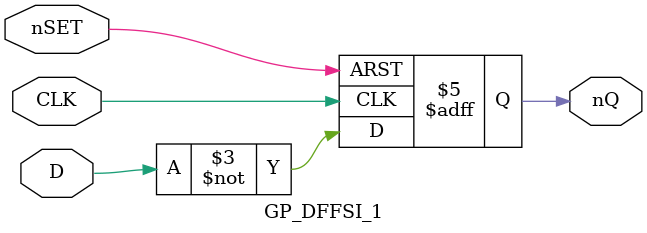
<source format=v>
module GP_DFFSI_1(input D, CLK, nSET, output reg nQ);
	parameter [0:0] INIT = 1'bx;
	initial nQ = INIT;
	always @(posedge CLK, negedge nSET) begin
		if (!nSET)
			nQ <= 1'b0;
		else
			nQ <= ~D;
	end
endmodule
</source>
